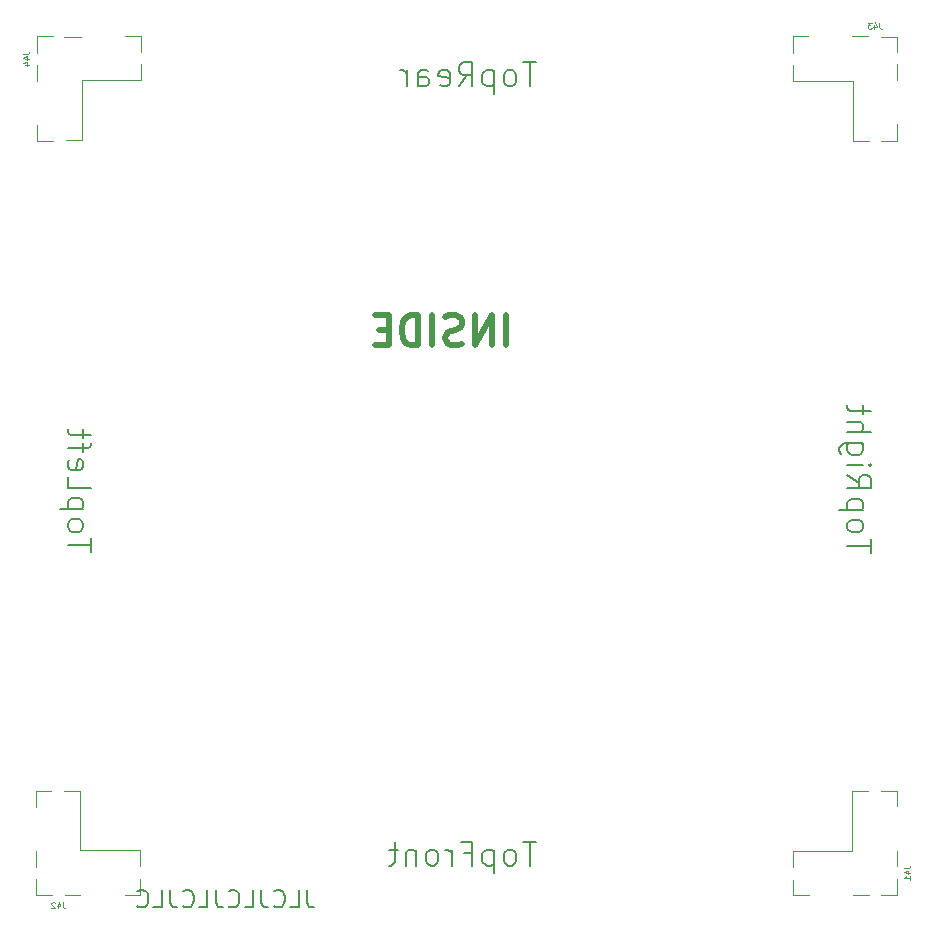
<source format=gbr>
%TF.GenerationSoftware,KiCad,Pcbnew,7.0.5-0*%
%TF.CreationDate,2024-04-21T21:04:40-04:00*%
%TF.ProjectId,swr_meter_top,7377725f-6d65-4746-9572-5f746f702e6b,rev?*%
%TF.SameCoordinates,Original*%
%TF.FileFunction,Legend,Bot*%
%TF.FilePolarity,Positive*%
%FSLAX46Y46*%
G04 Gerber Fmt 4.6, Leading zero omitted, Abs format (unit mm)*
G04 Created by KiCad (PCBNEW 7.0.5-0) date 2024-04-21 21:04:40*
%MOMM*%
%LPD*%
G01*
G04 APERTURE LIST*
%ADD10C,0.200000*%
%ADD11C,0.500000*%
%ADD12C,0.100000*%
%ADD13C,0.120000*%
G04 APERTURE END LIST*
D10*
X143993827Y-27744830D02*
X142850970Y-27744830D01*
X143422399Y-29744830D02*
X143422399Y-27744830D01*
X141898589Y-29744830D02*
X142089065Y-29649592D01*
X142089065Y-29649592D02*
X142184303Y-29554353D01*
X142184303Y-29554353D02*
X142279541Y-29363877D01*
X142279541Y-29363877D02*
X142279541Y-28792449D01*
X142279541Y-28792449D02*
X142184303Y-28601972D01*
X142184303Y-28601972D02*
X142089065Y-28506734D01*
X142089065Y-28506734D02*
X141898589Y-28411496D01*
X141898589Y-28411496D02*
X141612874Y-28411496D01*
X141612874Y-28411496D02*
X141422398Y-28506734D01*
X141422398Y-28506734D02*
X141327160Y-28601972D01*
X141327160Y-28601972D02*
X141231922Y-28792449D01*
X141231922Y-28792449D02*
X141231922Y-29363877D01*
X141231922Y-29363877D02*
X141327160Y-29554353D01*
X141327160Y-29554353D02*
X141422398Y-29649592D01*
X141422398Y-29649592D02*
X141612874Y-29744830D01*
X141612874Y-29744830D02*
X141898589Y-29744830D01*
X140374779Y-28411496D02*
X140374779Y-30411496D01*
X140374779Y-28506734D02*
X140184303Y-28411496D01*
X140184303Y-28411496D02*
X139803350Y-28411496D01*
X139803350Y-28411496D02*
X139612874Y-28506734D01*
X139612874Y-28506734D02*
X139517636Y-28601972D01*
X139517636Y-28601972D02*
X139422398Y-28792449D01*
X139422398Y-28792449D02*
X139422398Y-29363877D01*
X139422398Y-29363877D02*
X139517636Y-29554353D01*
X139517636Y-29554353D02*
X139612874Y-29649592D01*
X139612874Y-29649592D02*
X139803350Y-29744830D01*
X139803350Y-29744830D02*
X140184303Y-29744830D01*
X140184303Y-29744830D02*
X140374779Y-29649592D01*
X137422398Y-29744830D02*
X138089065Y-28792449D01*
X138565255Y-29744830D02*
X138565255Y-27744830D01*
X138565255Y-27744830D02*
X137803350Y-27744830D01*
X137803350Y-27744830D02*
X137612874Y-27840068D01*
X137612874Y-27840068D02*
X137517636Y-27935306D01*
X137517636Y-27935306D02*
X137422398Y-28125782D01*
X137422398Y-28125782D02*
X137422398Y-28411496D01*
X137422398Y-28411496D02*
X137517636Y-28601972D01*
X137517636Y-28601972D02*
X137612874Y-28697211D01*
X137612874Y-28697211D02*
X137803350Y-28792449D01*
X137803350Y-28792449D02*
X138565255Y-28792449D01*
X135803350Y-29649592D02*
X135993826Y-29744830D01*
X135993826Y-29744830D02*
X136374779Y-29744830D01*
X136374779Y-29744830D02*
X136565255Y-29649592D01*
X136565255Y-29649592D02*
X136660493Y-29459115D01*
X136660493Y-29459115D02*
X136660493Y-28697211D01*
X136660493Y-28697211D02*
X136565255Y-28506734D01*
X136565255Y-28506734D02*
X136374779Y-28411496D01*
X136374779Y-28411496D02*
X135993826Y-28411496D01*
X135993826Y-28411496D02*
X135803350Y-28506734D01*
X135803350Y-28506734D02*
X135708112Y-28697211D01*
X135708112Y-28697211D02*
X135708112Y-28887687D01*
X135708112Y-28887687D02*
X136660493Y-29078163D01*
X133993826Y-29744830D02*
X133993826Y-28697211D01*
X133993826Y-28697211D02*
X134089064Y-28506734D01*
X134089064Y-28506734D02*
X134279540Y-28411496D01*
X134279540Y-28411496D02*
X134660493Y-28411496D01*
X134660493Y-28411496D02*
X134850969Y-28506734D01*
X133993826Y-29649592D02*
X134184302Y-29744830D01*
X134184302Y-29744830D02*
X134660493Y-29744830D01*
X134660493Y-29744830D02*
X134850969Y-29649592D01*
X134850969Y-29649592D02*
X134946207Y-29459115D01*
X134946207Y-29459115D02*
X134946207Y-29268639D01*
X134946207Y-29268639D02*
X134850969Y-29078163D01*
X134850969Y-29078163D02*
X134660493Y-28982925D01*
X134660493Y-28982925D02*
X134184302Y-28982925D01*
X134184302Y-28982925D02*
X133993826Y-28887687D01*
X133041445Y-29744830D02*
X133041445Y-28411496D01*
X133041445Y-28792449D02*
X132946207Y-28601972D01*
X132946207Y-28601972D02*
X132850969Y-28506734D01*
X132850969Y-28506734D02*
X132660493Y-28411496D01*
X132660493Y-28411496D02*
X132470016Y-28411496D01*
X106321043Y-69190468D02*
X106321043Y-68047611D01*
X104321043Y-68619040D02*
X106321043Y-68619040D01*
X104321043Y-67095230D02*
X104416282Y-67285706D01*
X104416282Y-67285706D02*
X104511520Y-67380944D01*
X104511520Y-67380944D02*
X104701996Y-67476182D01*
X104701996Y-67476182D02*
X105273424Y-67476182D01*
X105273424Y-67476182D02*
X105463901Y-67380944D01*
X105463901Y-67380944D02*
X105559139Y-67285706D01*
X105559139Y-67285706D02*
X105654377Y-67095230D01*
X105654377Y-67095230D02*
X105654377Y-66809515D01*
X105654377Y-66809515D02*
X105559139Y-66619039D01*
X105559139Y-66619039D02*
X105463901Y-66523801D01*
X105463901Y-66523801D02*
X105273424Y-66428563D01*
X105273424Y-66428563D02*
X104701996Y-66428563D01*
X104701996Y-66428563D02*
X104511520Y-66523801D01*
X104511520Y-66523801D02*
X104416282Y-66619039D01*
X104416282Y-66619039D02*
X104321043Y-66809515D01*
X104321043Y-66809515D02*
X104321043Y-67095230D01*
X105654377Y-65571420D02*
X103654377Y-65571420D01*
X105559139Y-65571420D02*
X105654377Y-65380944D01*
X105654377Y-65380944D02*
X105654377Y-64999991D01*
X105654377Y-64999991D02*
X105559139Y-64809515D01*
X105559139Y-64809515D02*
X105463901Y-64714277D01*
X105463901Y-64714277D02*
X105273424Y-64619039D01*
X105273424Y-64619039D02*
X104701996Y-64619039D01*
X104701996Y-64619039D02*
X104511520Y-64714277D01*
X104511520Y-64714277D02*
X104416282Y-64809515D01*
X104416282Y-64809515D02*
X104321043Y-64999991D01*
X104321043Y-64999991D02*
X104321043Y-65380944D01*
X104321043Y-65380944D02*
X104416282Y-65571420D01*
X104321043Y-62809515D02*
X104321043Y-63761896D01*
X104321043Y-63761896D02*
X106321043Y-63761896D01*
X104416282Y-61380943D02*
X104321043Y-61571419D01*
X104321043Y-61571419D02*
X104321043Y-61952372D01*
X104321043Y-61952372D02*
X104416282Y-62142848D01*
X104416282Y-62142848D02*
X104606758Y-62238086D01*
X104606758Y-62238086D02*
X105368662Y-62238086D01*
X105368662Y-62238086D02*
X105559139Y-62142848D01*
X105559139Y-62142848D02*
X105654377Y-61952372D01*
X105654377Y-61952372D02*
X105654377Y-61571419D01*
X105654377Y-61571419D02*
X105559139Y-61380943D01*
X105559139Y-61380943D02*
X105368662Y-61285705D01*
X105368662Y-61285705D02*
X105178186Y-61285705D01*
X105178186Y-61285705D02*
X104987710Y-62238086D01*
X105654377Y-60714276D02*
X105654377Y-59952372D01*
X104321043Y-60428562D02*
X106035329Y-60428562D01*
X106035329Y-60428562D02*
X106225805Y-60333324D01*
X106225805Y-60333324D02*
X106321043Y-60142848D01*
X106321043Y-60142848D02*
X106321043Y-59952372D01*
X105654377Y-59571419D02*
X105654377Y-58809515D01*
X106321043Y-59285705D02*
X104606758Y-59285705D01*
X104606758Y-59285705D02*
X104416282Y-59190467D01*
X104416282Y-59190467D02*
X104321043Y-58999991D01*
X104321043Y-58999991D02*
X104321043Y-58809515D01*
X172321043Y-69238087D02*
X172321043Y-68095230D01*
X170321043Y-68666659D02*
X172321043Y-68666659D01*
X170321043Y-67142849D02*
X170416282Y-67333325D01*
X170416282Y-67333325D02*
X170511520Y-67428563D01*
X170511520Y-67428563D02*
X170701996Y-67523801D01*
X170701996Y-67523801D02*
X171273424Y-67523801D01*
X171273424Y-67523801D02*
X171463901Y-67428563D01*
X171463901Y-67428563D02*
X171559139Y-67333325D01*
X171559139Y-67333325D02*
X171654377Y-67142849D01*
X171654377Y-67142849D02*
X171654377Y-66857134D01*
X171654377Y-66857134D02*
X171559139Y-66666658D01*
X171559139Y-66666658D02*
X171463901Y-66571420D01*
X171463901Y-66571420D02*
X171273424Y-66476182D01*
X171273424Y-66476182D02*
X170701996Y-66476182D01*
X170701996Y-66476182D02*
X170511520Y-66571420D01*
X170511520Y-66571420D02*
X170416282Y-66666658D01*
X170416282Y-66666658D02*
X170321043Y-66857134D01*
X170321043Y-66857134D02*
X170321043Y-67142849D01*
X171654377Y-65619039D02*
X169654377Y-65619039D01*
X171559139Y-65619039D02*
X171654377Y-65428563D01*
X171654377Y-65428563D02*
X171654377Y-65047610D01*
X171654377Y-65047610D02*
X171559139Y-64857134D01*
X171559139Y-64857134D02*
X171463901Y-64761896D01*
X171463901Y-64761896D02*
X171273424Y-64666658D01*
X171273424Y-64666658D02*
X170701996Y-64666658D01*
X170701996Y-64666658D02*
X170511520Y-64761896D01*
X170511520Y-64761896D02*
X170416282Y-64857134D01*
X170416282Y-64857134D02*
X170321043Y-65047610D01*
X170321043Y-65047610D02*
X170321043Y-65428563D01*
X170321043Y-65428563D02*
X170416282Y-65619039D01*
X170321043Y-62666658D02*
X171273424Y-63333325D01*
X170321043Y-63809515D02*
X172321043Y-63809515D01*
X172321043Y-63809515D02*
X172321043Y-63047610D01*
X172321043Y-63047610D02*
X172225805Y-62857134D01*
X172225805Y-62857134D02*
X172130567Y-62761896D01*
X172130567Y-62761896D02*
X171940091Y-62666658D01*
X171940091Y-62666658D02*
X171654377Y-62666658D01*
X171654377Y-62666658D02*
X171463901Y-62761896D01*
X171463901Y-62761896D02*
X171368662Y-62857134D01*
X171368662Y-62857134D02*
X171273424Y-63047610D01*
X171273424Y-63047610D02*
X171273424Y-63809515D01*
X170321043Y-61809515D02*
X171654377Y-61809515D01*
X172321043Y-61809515D02*
X172225805Y-61904753D01*
X172225805Y-61904753D02*
X172130567Y-61809515D01*
X172130567Y-61809515D02*
X172225805Y-61714277D01*
X172225805Y-61714277D02*
X172321043Y-61809515D01*
X172321043Y-61809515D02*
X172130567Y-61809515D01*
X171654377Y-59999991D02*
X170035329Y-59999991D01*
X170035329Y-59999991D02*
X169844853Y-60095229D01*
X169844853Y-60095229D02*
X169749615Y-60190467D01*
X169749615Y-60190467D02*
X169654377Y-60380944D01*
X169654377Y-60380944D02*
X169654377Y-60666658D01*
X169654377Y-60666658D02*
X169749615Y-60857134D01*
X170416282Y-59999991D02*
X170321043Y-60190467D01*
X170321043Y-60190467D02*
X170321043Y-60571420D01*
X170321043Y-60571420D02*
X170416282Y-60761896D01*
X170416282Y-60761896D02*
X170511520Y-60857134D01*
X170511520Y-60857134D02*
X170701996Y-60952372D01*
X170701996Y-60952372D02*
X171273424Y-60952372D01*
X171273424Y-60952372D02*
X171463901Y-60857134D01*
X171463901Y-60857134D02*
X171559139Y-60761896D01*
X171559139Y-60761896D02*
X171654377Y-60571420D01*
X171654377Y-60571420D02*
X171654377Y-60190467D01*
X171654377Y-60190467D02*
X171559139Y-59999991D01*
X170321043Y-59047610D02*
X172321043Y-59047610D01*
X170321043Y-58190467D02*
X171368662Y-58190467D01*
X171368662Y-58190467D02*
X171559139Y-58285705D01*
X171559139Y-58285705D02*
X171654377Y-58476181D01*
X171654377Y-58476181D02*
X171654377Y-58761896D01*
X171654377Y-58761896D02*
X171559139Y-58952372D01*
X171559139Y-58952372D02*
X171463901Y-59047610D01*
X171654377Y-57523800D02*
X171654377Y-56761896D01*
X172321043Y-57238086D02*
X170606758Y-57238086D01*
X170606758Y-57238086D02*
X170416282Y-57142848D01*
X170416282Y-57142848D02*
X170321043Y-56952372D01*
X170321043Y-56952372D02*
X170321043Y-56761896D01*
X143993827Y-93744830D02*
X142850970Y-93744830D01*
X143422399Y-95744830D02*
X143422399Y-93744830D01*
X141898589Y-95744830D02*
X142089065Y-95649592D01*
X142089065Y-95649592D02*
X142184303Y-95554353D01*
X142184303Y-95554353D02*
X142279541Y-95363877D01*
X142279541Y-95363877D02*
X142279541Y-94792449D01*
X142279541Y-94792449D02*
X142184303Y-94601972D01*
X142184303Y-94601972D02*
X142089065Y-94506734D01*
X142089065Y-94506734D02*
X141898589Y-94411496D01*
X141898589Y-94411496D02*
X141612874Y-94411496D01*
X141612874Y-94411496D02*
X141422398Y-94506734D01*
X141422398Y-94506734D02*
X141327160Y-94601972D01*
X141327160Y-94601972D02*
X141231922Y-94792449D01*
X141231922Y-94792449D02*
X141231922Y-95363877D01*
X141231922Y-95363877D02*
X141327160Y-95554353D01*
X141327160Y-95554353D02*
X141422398Y-95649592D01*
X141422398Y-95649592D02*
X141612874Y-95744830D01*
X141612874Y-95744830D02*
X141898589Y-95744830D01*
X140374779Y-94411496D02*
X140374779Y-96411496D01*
X140374779Y-94506734D02*
X140184303Y-94411496D01*
X140184303Y-94411496D02*
X139803350Y-94411496D01*
X139803350Y-94411496D02*
X139612874Y-94506734D01*
X139612874Y-94506734D02*
X139517636Y-94601972D01*
X139517636Y-94601972D02*
X139422398Y-94792449D01*
X139422398Y-94792449D02*
X139422398Y-95363877D01*
X139422398Y-95363877D02*
X139517636Y-95554353D01*
X139517636Y-95554353D02*
X139612874Y-95649592D01*
X139612874Y-95649592D02*
X139803350Y-95744830D01*
X139803350Y-95744830D02*
X140184303Y-95744830D01*
X140184303Y-95744830D02*
X140374779Y-95649592D01*
X137898588Y-94697211D02*
X138565255Y-94697211D01*
X138565255Y-95744830D02*
X138565255Y-93744830D01*
X138565255Y-93744830D02*
X137612874Y-93744830D01*
X136850969Y-95744830D02*
X136850969Y-94411496D01*
X136850969Y-94792449D02*
X136755731Y-94601972D01*
X136755731Y-94601972D02*
X136660493Y-94506734D01*
X136660493Y-94506734D02*
X136470017Y-94411496D01*
X136470017Y-94411496D02*
X136279540Y-94411496D01*
X135327160Y-95744830D02*
X135517636Y-95649592D01*
X135517636Y-95649592D02*
X135612874Y-95554353D01*
X135612874Y-95554353D02*
X135708112Y-95363877D01*
X135708112Y-95363877D02*
X135708112Y-94792449D01*
X135708112Y-94792449D02*
X135612874Y-94601972D01*
X135612874Y-94601972D02*
X135517636Y-94506734D01*
X135517636Y-94506734D02*
X135327160Y-94411496D01*
X135327160Y-94411496D02*
X135041445Y-94411496D01*
X135041445Y-94411496D02*
X134850969Y-94506734D01*
X134850969Y-94506734D02*
X134755731Y-94601972D01*
X134755731Y-94601972D02*
X134660493Y-94792449D01*
X134660493Y-94792449D02*
X134660493Y-95363877D01*
X134660493Y-95363877D02*
X134755731Y-95554353D01*
X134755731Y-95554353D02*
X134850969Y-95649592D01*
X134850969Y-95649592D02*
X135041445Y-95744830D01*
X135041445Y-95744830D02*
X135327160Y-95744830D01*
X133803350Y-94411496D02*
X133803350Y-95744830D01*
X133803350Y-94601972D02*
X133708112Y-94506734D01*
X133708112Y-94506734D02*
X133517636Y-94411496D01*
X133517636Y-94411496D02*
X133231921Y-94411496D01*
X133231921Y-94411496D02*
X133041445Y-94506734D01*
X133041445Y-94506734D02*
X132946207Y-94697211D01*
X132946207Y-94697211D02*
X132946207Y-95744830D01*
X132279540Y-94411496D02*
X131517636Y-94411496D01*
X131993826Y-93744830D02*
X131993826Y-95459115D01*
X131993826Y-95459115D02*
X131898588Y-95649592D01*
X131898588Y-95649592D02*
X131708112Y-95744830D01*
X131708112Y-95744830D02*
X131517636Y-95744830D01*
X124576453Y-97794020D02*
X124576453Y-98865449D01*
X124576453Y-98865449D02*
X124647882Y-99079734D01*
X124647882Y-99079734D02*
X124790739Y-99222592D01*
X124790739Y-99222592D02*
X125005025Y-99294020D01*
X125005025Y-99294020D02*
X125147882Y-99294020D01*
X123147882Y-99294020D02*
X123862168Y-99294020D01*
X123862168Y-99294020D02*
X123862168Y-97794020D01*
X121790739Y-99151163D02*
X121862167Y-99222592D01*
X121862167Y-99222592D02*
X122076453Y-99294020D01*
X122076453Y-99294020D02*
X122219310Y-99294020D01*
X122219310Y-99294020D02*
X122433596Y-99222592D01*
X122433596Y-99222592D02*
X122576453Y-99079734D01*
X122576453Y-99079734D02*
X122647882Y-98936877D01*
X122647882Y-98936877D02*
X122719310Y-98651163D01*
X122719310Y-98651163D02*
X122719310Y-98436877D01*
X122719310Y-98436877D02*
X122647882Y-98151163D01*
X122647882Y-98151163D02*
X122576453Y-98008306D01*
X122576453Y-98008306D02*
X122433596Y-97865449D01*
X122433596Y-97865449D02*
X122219310Y-97794020D01*
X122219310Y-97794020D02*
X122076453Y-97794020D01*
X122076453Y-97794020D02*
X121862167Y-97865449D01*
X121862167Y-97865449D02*
X121790739Y-97936877D01*
X120719310Y-97794020D02*
X120719310Y-98865449D01*
X120719310Y-98865449D02*
X120790739Y-99079734D01*
X120790739Y-99079734D02*
X120933596Y-99222592D01*
X120933596Y-99222592D02*
X121147882Y-99294020D01*
X121147882Y-99294020D02*
X121290739Y-99294020D01*
X119290739Y-99294020D02*
X120005025Y-99294020D01*
X120005025Y-99294020D02*
X120005025Y-97794020D01*
X117933596Y-99151163D02*
X118005024Y-99222592D01*
X118005024Y-99222592D02*
X118219310Y-99294020D01*
X118219310Y-99294020D02*
X118362167Y-99294020D01*
X118362167Y-99294020D02*
X118576453Y-99222592D01*
X118576453Y-99222592D02*
X118719310Y-99079734D01*
X118719310Y-99079734D02*
X118790739Y-98936877D01*
X118790739Y-98936877D02*
X118862167Y-98651163D01*
X118862167Y-98651163D02*
X118862167Y-98436877D01*
X118862167Y-98436877D02*
X118790739Y-98151163D01*
X118790739Y-98151163D02*
X118719310Y-98008306D01*
X118719310Y-98008306D02*
X118576453Y-97865449D01*
X118576453Y-97865449D02*
X118362167Y-97794020D01*
X118362167Y-97794020D02*
X118219310Y-97794020D01*
X118219310Y-97794020D02*
X118005024Y-97865449D01*
X118005024Y-97865449D02*
X117933596Y-97936877D01*
X116862167Y-97794020D02*
X116862167Y-98865449D01*
X116862167Y-98865449D02*
X116933596Y-99079734D01*
X116933596Y-99079734D02*
X117076453Y-99222592D01*
X117076453Y-99222592D02*
X117290739Y-99294020D01*
X117290739Y-99294020D02*
X117433596Y-99294020D01*
X115433596Y-99294020D02*
X116147882Y-99294020D01*
X116147882Y-99294020D02*
X116147882Y-97794020D01*
X114076453Y-99151163D02*
X114147881Y-99222592D01*
X114147881Y-99222592D02*
X114362167Y-99294020D01*
X114362167Y-99294020D02*
X114505024Y-99294020D01*
X114505024Y-99294020D02*
X114719310Y-99222592D01*
X114719310Y-99222592D02*
X114862167Y-99079734D01*
X114862167Y-99079734D02*
X114933596Y-98936877D01*
X114933596Y-98936877D02*
X115005024Y-98651163D01*
X115005024Y-98651163D02*
X115005024Y-98436877D01*
X115005024Y-98436877D02*
X114933596Y-98151163D01*
X114933596Y-98151163D02*
X114862167Y-98008306D01*
X114862167Y-98008306D02*
X114719310Y-97865449D01*
X114719310Y-97865449D02*
X114505024Y-97794020D01*
X114505024Y-97794020D02*
X114362167Y-97794020D01*
X114362167Y-97794020D02*
X114147881Y-97865449D01*
X114147881Y-97865449D02*
X114076453Y-97936877D01*
X113005024Y-97794020D02*
X113005024Y-98865449D01*
X113005024Y-98865449D02*
X113076453Y-99079734D01*
X113076453Y-99079734D02*
X113219310Y-99222592D01*
X113219310Y-99222592D02*
X113433596Y-99294020D01*
X113433596Y-99294020D02*
X113576453Y-99294020D01*
X111576453Y-99294020D02*
X112290739Y-99294020D01*
X112290739Y-99294020D02*
X112290739Y-97794020D01*
X110219310Y-99151163D02*
X110290738Y-99222592D01*
X110290738Y-99222592D02*
X110505024Y-99294020D01*
X110505024Y-99294020D02*
X110647881Y-99294020D01*
X110647881Y-99294020D02*
X110862167Y-99222592D01*
X110862167Y-99222592D02*
X111005024Y-99079734D01*
X111005024Y-99079734D02*
X111076453Y-98936877D01*
X111076453Y-98936877D02*
X111147881Y-98651163D01*
X111147881Y-98651163D02*
X111147881Y-98436877D01*
X111147881Y-98436877D02*
X111076453Y-98151163D01*
X111076453Y-98151163D02*
X111005024Y-98008306D01*
X111005024Y-98008306D02*
X110862167Y-97865449D01*
X110862167Y-97865449D02*
X110647881Y-97794020D01*
X110647881Y-97794020D02*
X110505024Y-97794020D01*
X110505024Y-97794020D02*
X110290738Y-97865449D01*
X110290738Y-97865449D02*
X110219310Y-97936877D01*
D11*
X141391696Y-51668039D02*
X141391696Y-49168039D01*
X140201220Y-51668039D02*
X140201220Y-49168039D01*
X140201220Y-49168039D02*
X138772649Y-51668039D01*
X138772649Y-51668039D02*
X138772649Y-49168039D01*
X137701220Y-51548992D02*
X137344077Y-51668039D01*
X137344077Y-51668039D02*
X136748839Y-51668039D01*
X136748839Y-51668039D02*
X136510744Y-51548992D01*
X136510744Y-51548992D02*
X136391696Y-51429944D01*
X136391696Y-51429944D02*
X136272649Y-51191849D01*
X136272649Y-51191849D02*
X136272649Y-50953753D01*
X136272649Y-50953753D02*
X136391696Y-50715658D01*
X136391696Y-50715658D02*
X136510744Y-50596611D01*
X136510744Y-50596611D02*
X136748839Y-50477563D01*
X136748839Y-50477563D02*
X137225030Y-50358515D01*
X137225030Y-50358515D02*
X137463125Y-50239468D01*
X137463125Y-50239468D02*
X137582172Y-50120420D01*
X137582172Y-50120420D02*
X137701220Y-49882325D01*
X137701220Y-49882325D02*
X137701220Y-49644230D01*
X137701220Y-49644230D02*
X137582172Y-49406134D01*
X137582172Y-49406134D02*
X137463125Y-49287087D01*
X137463125Y-49287087D02*
X137225030Y-49168039D01*
X137225030Y-49168039D02*
X136629791Y-49168039D01*
X136629791Y-49168039D02*
X136272649Y-49287087D01*
X135201220Y-51668039D02*
X135201220Y-49168039D01*
X134010744Y-51668039D02*
X134010744Y-49168039D01*
X134010744Y-49168039D02*
X133415506Y-49168039D01*
X133415506Y-49168039D02*
X133058363Y-49287087D01*
X133058363Y-49287087D02*
X132820268Y-49525182D01*
X132820268Y-49525182D02*
X132701221Y-49763277D01*
X132701221Y-49763277D02*
X132582173Y-50239468D01*
X132582173Y-50239468D02*
X132582173Y-50596611D01*
X132582173Y-50596611D02*
X132701221Y-51072801D01*
X132701221Y-51072801D02*
X132820268Y-51310896D01*
X132820268Y-51310896D02*
X133058363Y-51548992D01*
X133058363Y-51548992D02*
X133415506Y-51668039D01*
X133415506Y-51668039D02*
X134010744Y-51668039D01*
X131510744Y-50358515D02*
X130677411Y-50358515D01*
X130320268Y-51668039D02*
X131510744Y-51668039D01*
X131510744Y-51668039D02*
X131510744Y-49168039D01*
X131510744Y-49168039D02*
X130320268Y-49168039D01*
D12*
%TO.C,J44*%
X100541991Y-27020230D02*
X100899134Y-27020230D01*
X100899134Y-27020230D02*
X100970562Y-26996421D01*
X100970562Y-26996421D02*
X101018182Y-26948802D01*
X101018182Y-26948802D02*
X101041991Y-26877373D01*
X101041991Y-26877373D02*
X101041991Y-26829754D01*
X100708658Y-27472611D02*
X101041991Y-27472611D01*
X100518182Y-27353563D02*
X100875324Y-27234516D01*
X100875324Y-27234516D02*
X100875324Y-27544039D01*
X100708658Y-27948801D02*
X101041991Y-27948801D01*
X100518182Y-27829753D02*
X100875324Y-27710706D01*
X100875324Y-27710706D02*
X100875324Y-28020229D01*
%TO.C,J42*%
X103920643Y-98856101D02*
X103920643Y-99213244D01*
X103920643Y-99213244D02*
X103944452Y-99284672D01*
X103944452Y-99284672D02*
X103992071Y-99332292D01*
X103992071Y-99332292D02*
X104063500Y-99356101D01*
X104063500Y-99356101D02*
X104111119Y-99356101D01*
X103468262Y-99022768D02*
X103468262Y-99356101D01*
X103587310Y-98832292D02*
X103706357Y-99189434D01*
X103706357Y-99189434D02*
X103396834Y-99189434D01*
X103230167Y-98903720D02*
X103206358Y-98879911D01*
X103206358Y-98879911D02*
X103158739Y-98856101D01*
X103158739Y-98856101D02*
X103039691Y-98856101D01*
X103039691Y-98856101D02*
X102992072Y-98879911D01*
X102992072Y-98879911D02*
X102968263Y-98903720D01*
X102968263Y-98903720D02*
X102944453Y-98951339D01*
X102944453Y-98951339D02*
X102944453Y-98998958D01*
X102944453Y-98998958D02*
X102968263Y-99070387D01*
X102968263Y-99070387D02*
X103253977Y-99356101D01*
X103253977Y-99356101D02*
X102944453Y-99356101D01*
%TO.C,J41*%
X175141991Y-95950230D02*
X175499134Y-95950230D01*
X175499134Y-95950230D02*
X175570562Y-95926421D01*
X175570562Y-95926421D02*
X175618182Y-95878802D01*
X175618182Y-95878802D02*
X175641991Y-95807373D01*
X175641991Y-95807373D02*
X175641991Y-95759754D01*
X175308658Y-96402611D02*
X175641991Y-96402611D01*
X175118182Y-96283563D02*
X175475324Y-96164516D01*
X175475324Y-96164516D02*
X175475324Y-96474039D01*
X175641991Y-96926420D02*
X175641991Y-96640706D01*
X175641991Y-96783563D02*
X175141991Y-96783563D01*
X175141991Y-96783563D02*
X175213420Y-96735944D01*
X175213420Y-96735944D02*
X175261039Y-96688325D01*
X175261039Y-96688325D02*
X175284848Y-96640706D01*
%TO.C,J43*%
X173045643Y-24376101D02*
X173045643Y-24733244D01*
X173045643Y-24733244D02*
X173069452Y-24804672D01*
X173069452Y-24804672D02*
X173117071Y-24852292D01*
X173117071Y-24852292D02*
X173188500Y-24876101D01*
X173188500Y-24876101D02*
X173236119Y-24876101D01*
X172593262Y-24542768D02*
X172593262Y-24876101D01*
X172712310Y-24352292D02*
X172831357Y-24709434D01*
X172831357Y-24709434D02*
X172521834Y-24709434D01*
X172378977Y-24376101D02*
X172069453Y-24376101D01*
X172069453Y-24376101D02*
X172236120Y-24566577D01*
X172236120Y-24566577D02*
X172164691Y-24566577D01*
X172164691Y-24566577D02*
X172117072Y-24590387D01*
X172117072Y-24590387D02*
X172093263Y-24614196D01*
X172093263Y-24614196D02*
X172069453Y-24661815D01*
X172069453Y-24661815D02*
X172069453Y-24780863D01*
X172069453Y-24780863D02*
X172093263Y-24828482D01*
X172093263Y-24828482D02*
X172117072Y-24852292D01*
X172117072Y-24852292D02*
X172164691Y-24876101D01*
X172164691Y-24876101D02*
X172307548Y-24876101D01*
X172307548Y-24876101D02*
X172355167Y-24852292D01*
X172355167Y-24852292D02*
X172378977Y-24828482D01*
D13*
%TO.C,J44*%
X110535882Y-25519992D02*
X109140882Y-25519992D01*
X103065882Y-25524992D02*
X101735882Y-25524992D01*
X101730882Y-25524992D02*
X101730882Y-26919992D01*
X105435882Y-25569992D02*
X104040882Y-25569992D01*
X110535882Y-26854992D02*
X110535882Y-25524992D01*
X101705882Y-27979992D02*
X101705882Y-29309992D01*
X110540882Y-29274992D02*
X110540882Y-27879992D01*
X105490882Y-29274992D02*
X110535882Y-29274992D01*
X101685882Y-33044992D02*
X101685882Y-34374992D01*
X105490882Y-34324992D02*
X105490882Y-29274992D01*
X104155882Y-34324992D02*
X105485882Y-34324992D01*
X101685882Y-34379992D02*
X103080882Y-34379992D01*
%TO.C,J42*%
X101610882Y-89409992D02*
X101610882Y-90804992D01*
X101615882Y-96879992D02*
X101615882Y-98209992D01*
X101615882Y-98214992D02*
X103010882Y-98214992D01*
X101660882Y-94509992D02*
X101660882Y-95904992D01*
X102945882Y-89409992D02*
X101615882Y-89409992D01*
X104070882Y-98239992D02*
X105400882Y-98239992D01*
X105365882Y-89404992D02*
X103970882Y-89404992D01*
X105365882Y-94454992D02*
X105365882Y-89409992D01*
X109135882Y-98259992D02*
X110465882Y-98259992D01*
X110415882Y-94454992D02*
X105365882Y-94454992D01*
X110415882Y-95789992D02*
X110415882Y-94459992D01*
X110470882Y-98259992D02*
X110470882Y-96864992D01*
%TO.C,J41*%
X165695882Y-98259992D02*
X167090882Y-98259992D01*
X173165882Y-98254992D02*
X174495882Y-98254992D01*
X174500882Y-98254992D02*
X174500882Y-96859992D01*
X170795882Y-98209992D02*
X172190882Y-98209992D01*
X165695882Y-96924992D02*
X165695882Y-98254992D01*
X174525882Y-95799992D02*
X174525882Y-94469992D01*
X165690882Y-94504992D02*
X165690882Y-95899992D01*
X170740882Y-94504992D02*
X165695882Y-94504992D01*
X174545882Y-90734992D02*
X174545882Y-89404992D01*
X170740882Y-89454992D02*
X170740882Y-94504992D01*
X172075882Y-89454992D02*
X170745882Y-89454992D01*
X174545882Y-89399992D02*
X173150882Y-89399992D01*
%TO.C,J43*%
X174545882Y-34369992D02*
X174545882Y-32974992D01*
X174540882Y-26899992D02*
X174540882Y-25569992D01*
X174540882Y-25564992D02*
X173145882Y-25564992D01*
X174495882Y-29269992D02*
X174495882Y-27874992D01*
X173210882Y-34369992D02*
X174540882Y-34369992D01*
X172085882Y-25539992D02*
X170755882Y-25539992D01*
X170790882Y-34374992D02*
X172185882Y-34374992D01*
X170790882Y-29324992D02*
X170790882Y-34369992D01*
X167020882Y-25519992D02*
X165690882Y-25519992D01*
X165740882Y-29324992D02*
X170790882Y-29324992D01*
X165740882Y-27989992D02*
X165740882Y-29319992D01*
X165685882Y-25519992D02*
X165685882Y-26914992D01*
%TD*%
M02*

</source>
